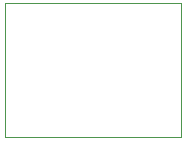
<source format=gbr>
G04 #@! TF.GenerationSoftware,KiCad,Pcbnew,5.1.5+dfsg1-2build2*
G04 #@! TF.CreationDate,2022-08-29T15:20:27+03:00*
G04 #@! TF.ProjectId,eta3000_module,65746133-3030-4305-9f6d-6f64756c652e,rev?*
G04 #@! TF.SameCoordinates,Original*
G04 #@! TF.FileFunction,Profile,NP*
%FSLAX46Y46*%
G04 Gerber Fmt 4.6, Leading zero omitted, Abs format (unit mm)*
G04 Created by KiCad (PCBNEW 5.1.5+dfsg1-2build2) date 2022-08-29 15:20:27*
%MOMM*%
%LPD*%
G04 APERTURE LIST*
%ADD10C,0.050000*%
G04 APERTURE END LIST*
D10*
X65450000Y-60800000D02*
X65450000Y-49450000D01*
X50500000Y-60800000D02*
X65450000Y-60800000D01*
X50500000Y-49450000D02*
X50500000Y-60800000D01*
X65450000Y-49450000D02*
X50500000Y-49450000D01*
M02*

</source>
